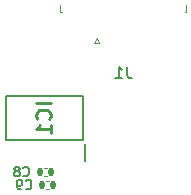
<source format=gbr>
%TF.GenerationSoftware,KiCad,Pcbnew,6.0.7-f9a2dced07~116~ubuntu20.04.1*%
%TF.CreationDate,2022-09-24T19:15:38+02:00*%
%TF.ProjectId,SRRReceiver,53525252-6563-4656-9976-65722e6b6963,rev?*%
%TF.SameCoordinates,Original*%
%TF.FileFunction,Legend,Bot*%
%TF.FilePolarity,Positive*%
%FSLAX46Y46*%
G04 Gerber Fmt 4.6, Leading zero omitted, Abs format (unit mm)*
G04 Created by KiCad (PCBNEW 6.0.7-f9a2dced07~116~ubuntu20.04.1) date 2022-09-24 19:15:38*
%MOMM*%
%LPD*%
G01*
G04 APERTURE LIST*
G04 Aperture macros list*
%AMRoundRect*
0 Rectangle with rounded corners*
0 $1 Rounding radius*
0 $2 $3 $4 $5 $6 $7 $8 $9 X,Y pos of 4 corners*
0 Add a 4 corners polygon primitive as box body*
4,1,4,$2,$3,$4,$5,$6,$7,$8,$9,$2,$3,0*
0 Add four circle primitives for the rounded corners*
1,1,$1+$1,$2,$3*
1,1,$1+$1,$4,$5*
1,1,$1+$1,$6,$7*
1,1,$1+$1,$8,$9*
0 Add four rect primitives between the rounded corners*
20,1,$1+$1,$2,$3,$4,$5,0*
20,1,$1+$1,$4,$5,$6,$7,0*
20,1,$1+$1,$6,$7,$8,$9,0*
20,1,$1+$1,$8,$9,$2,$3,0*%
G04 Aperture macros list end*
%ADD10C,0.150000*%
%ADD11C,0.254000*%
%ADD12C,0.120000*%
%ADD13C,0.200000*%
%ADD14R,0.300000X1.250000*%
%ADD15R,2.000000X3.000000*%
%ADD16RoundRect,0.140000X-0.140000X-0.170000X0.140000X-0.170000X0.140000X0.170000X-0.140000X0.170000X0*%
%ADD17R,0.450000X1.475000*%
G04 APERTURE END LIST*
D10*
%TO.C,J1*%
X127133333Y-88952380D02*
X127133333Y-89666666D01*
X127180952Y-89809523D01*
X127276190Y-89904761D01*
X127419047Y-89952380D01*
X127514285Y-89952380D01*
X126133333Y-89952380D02*
X126704761Y-89952380D01*
X126419047Y-89952380D02*
X126419047Y-88952380D01*
X126514285Y-89095238D01*
X126609523Y-89190476D01*
X126704761Y-89238095D01*
%TO.C,C9*%
X118533333Y-99285714D02*
X118571428Y-99323809D01*
X118685714Y-99361904D01*
X118761904Y-99361904D01*
X118876190Y-99323809D01*
X118952380Y-99247619D01*
X118990476Y-99171428D01*
X119028571Y-99019047D01*
X119028571Y-98904761D01*
X118990476Y-98752380D01*
X118952380Y-98676190D01*
X118876190Y-98600000D01*
X118761904Y-98561904D01*
X118685714Y-98561904D01*
X118571428Y-98600000D01*
X118533333Y-98638095D01*
X118152380Y-99361904D02*
X118000000Y-99361904D01*
X117923809Y-99323809D01*
X117885714Y-99285714D01*
X117809523Y-99171428D01*
X117771428Y-99019047D01*
X117771428Y-98714285D01*
X117809523Y-98638095D01*
X117847619Y-98600000D01*
X117923809Y-98561904D01*
X118076190Y-98561904D01*
X118152380Y-98600000D01*
X118190476Y-98638095D01*
X118228571Y-98714285D01*
X118228571Y-98904761D01*
X118190476Y-98980952D01*
X118152380Y-99019047D01*
X118076190Y-99057142D01*
X117923809Y-99057142D01*
X117847619Y-99019047D01*
X117809523Y-98980952D01*
X117771428Y-98904761D01*
D11*
%TO.C,IC1*%
X120674523Y-92060238D02*
X119404523Y-92060238D01*
X120553571Y-93390714D02*
X120614047Y-93330238D01*
X120674523Y-93148809D01*
X120674523Y-93027857D01*
X120614047Y-92846428D01*
X120493095Y-92725476D01*
X120372142Y-92665000D01*
X120130238Y-92604523D01*
X119948809Y-92604523D01*
X119706904Y-92665000D01*
X119585952Y-92725476D01*
X119465000Y-92846428D01*
X119404523Y-93027857D01*
X119404523Y-93148809D01*
X119465000Y-93330238D01*
X119525476Y-93390714D01*
X120674523Y-94600238D02*
X120674523Y-93874523D01*
X120674523Y-94237380D02*
X119404523Y-94237380D01*
X119585952Y-94116428D01*
X119706904Y-93995476D01*
X119767380Y-93874523D01*
D10*
%TO.C,C8*%
X118333333Y-98185714D02*
X118371428Y-98223809D01*
X118485714Y-98261904D01*
X118561904Y-98261904D01*
X118676190Y-98223809D01*
X118752380Y-98147619D01*
X118790476Y-98071428D01*
X118828571Y-97919047D01*
X118828571Y-97804761D01*
X118790476Y-97652380D01*
X118752380Y-97576190D01*
X118676190Y-97500000D01*
X118561904Y-97461904D01*
X118485714Y-97461904D01*
X118371428Y-97500000D01*
X118333333Y-97538095D01*
X117876190Y-97804761D02*
X117952380Y-97766666D01*
X117990476Y-97728571D01*
X118028571Y-97652380D01*
X118028571Y-97614285D01*
X117990476Y-97538095D01*
X117952380Y-97500000D01*
X117876190Y-97461904D01*
X117723809Y-97461904D01*
X117647619Y-97500000D01*
X117609523Y-97538095D01*
X117571428Y-97614285D01*
X117571428Y-97652380D01*
X117609523Y-97728571D01*
X117647619Y-97766666D01*
X117723809Y-97804761D01*
X117876190Y-97804761D01*
X117952380Y-97842857D01*
X117990476Y-97880952D01*
X118028571Y-97957142D01*
X118028571Y-98109523D01*
X117990476Y-98185714D01*
X117952380Y-98223809D01*
X117876190Y-98261904D01*
X117723809Y-98261904D01*
X117647619Y-98223809D01*
X117609523Y-98185714D01*
X117571428Y-98109523D01*
X117571428Y-97957142D01*
X117609523Y-97880952D01*
X117647619Y-97842857D01*
X117723809Y-97804761D01*
D12*
%TO.C,J1*%
X132125000Y-84360000D02*
X132125000Y-83760000D01*
X124750000Y-86950000D02*
X124350000Y-86950000D01*
X121585000Y-84360000D02*
X121475000Y-84360000D01*
X124350000Y-86950000D02*
X124550000Y-86550000D01*
X124550000Y-86550000D02*
X124750000Y-86950000D01*
X121475000Y-84360000D02*
X121475000Y-83760000D01*
X132015000Y-84360000D02*
X132125000Y-84360000D01*
%TO.C,C9*%
X120292164Y-98640000D02*
X120507836Y-98640000D01*
X120292164Y-99360000D02*
X120507836Y-99360000D01*
D13*
%TO.C,IC1*%
X123350000Y-95150000D02*
X123350000Y-91450000D01*
X123600000Y-96975000D02*
X123600000Y-95500000D01*
X123350000Y-91450000D02*
X116850000Y-91450000D01*
X116850000Y-91450000D02*
X116850000Y-95150000D01*
X116850000Y-95150000D02*
X123350000Y-95150000D01*
D12*
%TO.C,C8*%
X120092164Y-98260000D02*
X120307836Y-98260000D01*
X120092164Y-97540000D02*
X120307836Y-97540000D01*
%TD*%
%LPC*%
D14*
%TO.C,J1*%
X124550000Y-87750000D03*
X125050000Y-87750000D03*
X125550000Y-87750000D03*
X126050000Y-87750000D03*
X126550000Y-87750000D03*
X127050000Y-87750000D03*
X127550000Y-87750000D03*
X128050000Y-87750000D03*
X128550000Y-87750000D03*
X129050000Y-87750000D03*
D15*
X123010000Y-85430000D03*
X130590000Y-85430000D03*
%TD*%
D16*
%TO.C,C9*%
X119920000Y-99000000D03*
X120880000Y-99000000D03*
%TD*%
D17*
%TO.C,IC1*%
X123025000Y-96238000D03*
X122375000Y-96238000D03*
X121725000Y-96238000D03*
X121075000Y-96238000D03*
X120425000Y-96238000D03*
X119775000Y-96238000D03*
X119125000Y-96238000D03*
X118475000Y-96238000D03*
X117825000Y-96238000D03*
X117175000Y-96238000D03*
X117175000Y-90362000D03*
X117825000Y-90362000D03*
X118475000Y-90362000D03*
X119125000Y-90362000D03*
X119775000Y-90362000D03*
X120425000Y-90362000D03*
X121075000Y-90362000D03*
X121725000Y-90362000D03*
X122375000Y-90362000D03*
X123025000Y-90362000D03*
%TD*%
D16*
%TO.C,C8*%
X119720000Y-97900000D03*
X120680000Y-97900000D03*
%TD*%
M02*

</source>
